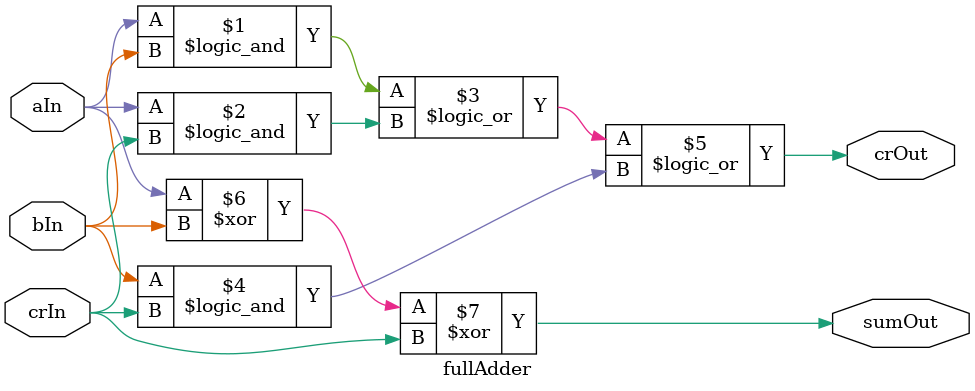
<source format=v>
module adder_bit16 (
	input [15:0] aIn, bIn,
	input crIn,
	output [15:0] sumOut,
	output crOut
);
wire w;

bit8adder bit8add0 (aIn[7:0], bIn[7:0], crIn, sumOut[7:0], w);
bit8adder bit8add1 (aIn[15:8], bIn[15:8], w, sumOut[15:8], crOut);
endmodule

module bit8adder (
	input [7:0] aIn, bIn,
	input crIn,
	output [7:0] sumOut,
	output crOut
);
wire w;
bit4adder bit4add0 (aIn[3:0], bIn[3:0], crIn, sumOut[3:0], w);
bit4adder bit4add1 (aIn[7:4], bIn[7:4], w, sumOut[7:4], cout);
endmodule


module bit4adder (
	input [3:0] aIn, bIn,
	input crIn,
	output [3:0] sumOut,
	output crOut
);

wire [2:0] w;

fullAdder AD0 (aIn[0], bIn[0], crIn, sumOut[0], w[0]);
fullAdder AD1 (aIn[1], bIn[1], w[0], sumOut[1], w[1]);
fullAdder AD2 (aIn[2], bIn[2], w[1], sumOut[2], w[2]);
fullAdder AD3 (aIn[3], bIn[3], w[2], sumOut[3], crout);
endmodule


module fullAdder (
	input aIn, bIn,
	input crIn,
	output sumOut, crOut
);

wire [2:0] w;

assign crOut = (aIn&&bIn) || (aIn&&crIn) || (bIn&&crIn);
assign sumOut = aIn ^ bIn ^ crIn;
endmodule

	



//module halfadder (
	//input aIn,
	//input bIn,
	//output sumOut,
	//output crOut
//);

//xor (sumOut, aIn, bIn);
//and (crOut, aIn, bIn);

//endmodule


</source>
